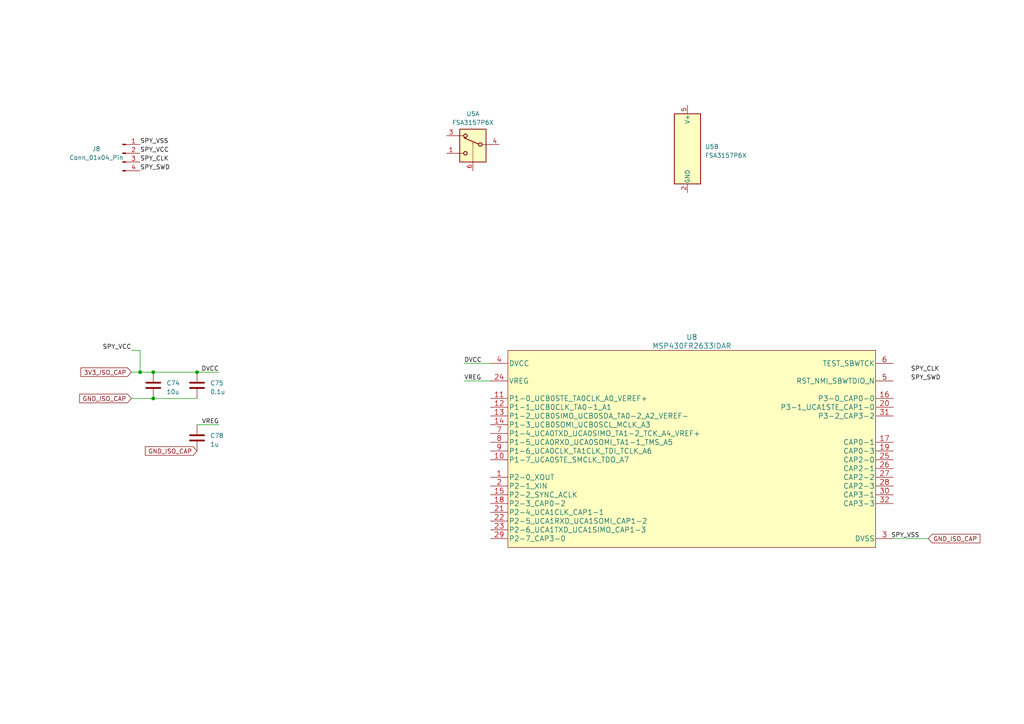
<source format=kicad_sch>
(kicad_sch (version 20230121) (generator eeschema)
  (paper "A4")
  (lib_symbols
    (symbol "2023-03-09_01-52-04:MSP430FR2633IDAR" (pin_names (offset 0.254))
      (property "Reference" "U" (at 0 34.544 0))
      (property "Value" "MSP430FR2633IDAR" (at 0 32.004 0))
      (symbol "MSP430FR2633IDAR_1_1"
        (rectangle (start -53.34 29.21) (end 53.34 -27.94) (fill (type background)))
        (pin bidirectional line (at -58.42 -7.62 0) (length 5.08) (name "P2-0_XOUT") (number "1"))
        (pin bidirectional line (at -58.42 -2.54 0) (length 5.08) (name "P1-7_UCA0STE_SMCLK_TDO_A7") (number "10"))
        (pin bidirectional line (at -58.42 15.24 0) (length 5.08) (name "P1-0_UCB0STE_TA0CLK_A0_VEREF+") (number "11"))
        (pin bidirectional line (at -58.42 12.7 0) (length 5.08) (name "P1-1_UCB0CLK_TA0-1_A1") (number "12"))
        (pin bidirectional line (at -58.42 10.16 0) (length 5.08) (name "P1-2_UCB0SIMO_UCB0SDA_TA0-2_A2_VEREF-") (number "13"))
        (pin bidirectional line (at -58.42 7.62 0) (length 5.08) (name "P1-3_UCB0SOMI_UCB0SCL_MCLK_A3") (number "14"))
        (pin bidirectional line (at -58.42 -12.7 0) (length 5.08) (name "P2-2_SYNC_ACLK") (number "15"))
        (pin bidirectional line (at 58.42 15.24 180) (length 5.08) (name "P3-0_CAP0-0") (number "16"))
        (pin unspecified line (at 58.42 2.54 180) (length 5.08) (name "CAP0-1") (number "17"))
        (pin bidirectional line (at -58.42 -15.24 0) (length 5.08) (name "P2-3_CAP0-2") (number "18"))
        (pin unspecified line (at 58.42 0 180) (length 5.08) (name "CAP0-3") (number "19"))
        (pin bidirectional line (at -58.42 -10.16 0) (length 5.08) (name "P2-1_XIN") (number "2"))
        (pin bidirectional line (at 58.42 12.7 180) (length 5.08) (name "P3-1_UCA1STE_CAP1-0") (number "20"))
        (pin bidirectional line (at -58.42 -17.78 0) (length 5.08) (name "P2-4_UCA1CLK_CAP1-1") (number "21"))
        (pin bidirectional line (at -58.42 -20.32 0) (length 5.08) (name "P2-5_UCA1RXD_UCA1SOMI_CAP1-2") (number "22"))
        (pin bidirectional line (at -58.42 -22.86 0) (length 5.08) (name "P2-6_UCA1TXD_UCA1SIMO_CAP1-3") (number "23"))
        (pin power_in line (at -58.42 20.32 0) (length 5.08) (name "VREG") (number "24"))
        (pin unspecified line (at 58.42 -2.54 180) (length 5.08) (name "CAP2-0") (number "25"))
        (pin unspecified line (at 58.42 -5.08 180) (length 5.08) (name "CAP2-1") (number "26"))
        (pin unspecified line (at 58.42 -7.62 180) (length 5.08) (name "CAP2-2") (number "27"))
        (pin unspecified line (at 58.42 -10.16 180) (length 5.08) (name "CAP2-3") (number "28"))
        (pin bidirectional line (at -58.42 -25.4 0) (length 5.08) (name "P2-7_CAP3-0") (number "29"))
        (pin power_in line (at 58.42 -25.4 180) (length 5.08) (name "DVSS") (number "3"))
        (pin unspecified line (at 58.42 -12.7 180) (length 5.08) (name "CAP3-1") (number "30"))
        (pin bidirectional line (at 58.42 10.16 180) (length 5.08) (name "P3-2_CAP3-2") (number "31"))
        (pin unspecified line (at 58.42 -15.24 180) (length 5.08) (name "CAP3-3") (number "32"))
        (pin power_in line (at -58.42 25.4 0) (length 5.08) (name "DVCC") (number "4"))
        (pin bidirectional line (at 58.42 20.32 180) (length 5.08) (name "RST_NMI_SBWTDIO_N") (number "5"))
        (pin input line (at 58.42 25.4 180) (length 5.08) (name "TEST_SBWTCK") (number "6"))
        (pin bidirectional line (at -58.42 5.08 0) (length 5.08) (name "P1-4_UCA0TXD_UCA0SIMO_TA1-2_TCK_A4_VREF+") (number "7"))
        (pin bidirectional line (at -58.42 2.54 0) (length 5.08) (name "P1-5_UCA0RXD_UCA0SOMI_TA1-1_TMS_A5") (number "8"))
        (pin bidirectional line (at -58.42 0 0) (length 5.08) (name "P1-6_UCA0CLK_TA1CLK_TDI_TCLK_A6") (number "9"))
      )
    )
    (symbol "Analog_Switch:FSA3157P6X" (pin_names (offset 0.127))
      (property "Reference" "U" (at -3.175 4.699 0))
      (property "Value" "FSA3157P6X" (at -3.175 2.921 0))
      (symbol "FSA3157P6X_1_1"
        (rectangle (start -3.81 1.905) (end 3.81 -7.62) (stroke (width 0.254)) (fill (type background)))
        (circle (center -2.159 -2.54) (radius 0.508) (stroke (width 0.254)))
        (polyline (pts (xy -5.08 -2.54) (xy -2.794 -2.54)))
        (polyline (pts (xy -1.651 -2.413) (xy 2.54 -0.635)) (stroke (width 0.254)))
        (polyline (pts (xy 0 -7.62) (xy 0 -7.112)))
        (polyline (pts (xy 0 -6.858) (xy 0 -6.604)))
        (polyline (pts (xy 0 -6.35) (xy 0 -6.096)))
        (polyline (pts (xy 0 -5.842) (xy 0 -5.588)))
        (polyline (pts (xy 0 -5.334) (xy 0 -5.08)))
        (polyline (pts (xy 0 -4.826) (xy 0 -4.572)))
        (polyline (pts (xy 0 -4.318) (xy 0 -4.064)))
        (polyline (pts (xy 0 -3.81) (xy 0 -3.556)))
        (polyline (pts (xy 0 -3.302) (xy 0 -3.048)))
        (polyline (pts (xy 0 -2.794) (xy 0 -2.54)))
        (polyline (pts (xy 0 -2.286) (xy 0 -2.032)))
        (polyline (pts (xy 0 -2.286) (xy 0 -2.032)))
        (polyline (pts (xy 5.08 -5.08) (xy 2.794 -5.08)))
        (polyline (pts (xy 5.08 0) (xy 2.794 0)))
        (circle (center 2.159 -5.08) (radius 0.508) (stroke (width 0.254)))
        (circle (center 2.159 0) (radius 0.508) (stroke (width 0.254)))
        (pin passive line (at 7.62 -5.08 180) (length 2.54) (name "~") (number "1"))
        (pin passive line (at 7.62 0 180) (length 2.54) (name "~") (number "3"))
        (pin passive line (at -7.62 -2.54 0) (length 2.54) (name "~") (number "4"))
        (pin input line (at 0 -10.16 90) (length 2.54) (name "~") (number "6"))
      )
      (symbol "FSA3157P6X_2_0"
        (pin power_in line (at 0 -12.7 90) (length 2.54) (name "GND") (number "2"))
        (pin power_in line (at 0 12.7 270) (length 2.54) (name "V+") (number "5"))
      )
      (symbol "FSA3157P6X_2_1"
        (rectangle (start -3.81 10.16) (end 3.81 -10.16) (stroke (width 0.254)) (fill (type background)))
      )
    )
    (symbol "Connector:Conn_01x04_Pin" (pin_names (offset 1.016) hide)
      (property "Reference" "J" (at 0 5.08 0))
      (property "Value" "Conn_01x04_Pin" (at 0 -7.62 0))
      (symbol "Conn_01x04_Pin_1_1"
        (polyline (pts (xy 1.27 -5.08) (xy 0.8636 -5.08)) (stroke (width 0.1524)))
        (polyline (pts (xy 1.27 -2.54) (xy 0.8636 -2.54)) (stroke (width 0.1524)))
        (polyline (pts (xy 1.27 0) (xy 0.8636 0)) (stroke (width 0.1524)))
        (polyline (pts (xy 1.27 2.54) (xy 0.8636 2.54)) (stroke (width 0.1524)))
        (rectangle (start 0.8636 -4.953) (end 0 -5.207) (stroke (width 0.1524)) (fill (type outline)))
        (rectangle (start 0.8636 -2.413) (end 0 -2.667) (stroke (width 0.1524)) (fill (type outline)))
        (rectangle (start 0.8636 0.127) (end 0 -0.127) (stroke (width 0.1524)) (fill (type outline)))
        (rectangle (start 0.8636 2.667) (end 0 2.413) (stroke (width 0.1524)) (fill (type outline)))
        (pin passive line (at 5.08 2.54 180) (length 3.81) (name "Pin_1") (number "1"))
        (pin passive line (at 5.08 0 180) (length 3.81) (name "Pin_2") (number "2"))
        (pin passive line (at 5.08 -2.54 180) (length 3.81) (name "Pin_3") (number "3"))
        (pin passive line (at 5.08 -5.08 180) (length 3.81) (name "Pin_4") (number "4"))
      )
    )
    (symbol "Device:C" (pin_numbers hide) (pin_names (offset 0.254))
      (property "Reference" "C" (at 0.635 2.54 0))
      (property "Value" "C" (at 0.635 -2.54 0))
      (symbol "C_0_1"
        (polyline (pts (xy -2.032 -0.762) (xy 2.032 -0.762)) (stroke (width 0.508)))
        (polyline (pts (xy -2.032 0.762) (xy 2.032 0.762)) (stroke (width 0.508)))
      )
      (symbol "C_1_1"
        (pin passive line (at 0 3.81 270) (length 2.794) (name "~") (number "1"))
        (pin passive line (at 0 -3.81 90) (length 2.794) (name "~") (number "2"))
      )
    )
  )
  (junction (at 40.64 107.95))
  (junction (at 57.15 107.95))
  (junction (at 44.45 107.95))
  (junction (at 44.45 115.57))
  (wire (pts (xy 259.08 156.21) (xy 269.24 156.21)))
  (wire (pts (xy 57.15 107.95) (xy 63.5 107.95)))
  (wire (pts (xy 38.1 115.57) (xy 44.45 115.57)))
  (wire (pts (xy 38.1 101.6) (xy 40.64 101.6)))
  (wire (pts (xy 44.45 107.95) (xy 57.15 107.95)))
  (wire (pts (xy 38.1 107.95) (xy 40.64 107.95)))
  (wire (pts (xy 57.15 123.19) (xy 63.5 123.19)))
  (wire (pts (xy 40.64 107.95) (xy 44.45 107.95)))
  (wire (pts (xy 134.62 105.41) (xy 142.24 105.41)))
  (wire (pts (xy 134.62 110.49) (xy 142.24 110.49)))
  (wire (pts (xy 44.45 115.57) (xy 57.15 115.57)))
  (wire (pts (xy 40.64 101.6) (xy 40.64 107.95)))
  (label "SPY_VSS" (at 266.7 156.21 180))
  (label "SPY_VCC" (at 40.64 44.45 0))
  (label "SPY_CLK" (at 264.16 107.95 0))
  (label "SPY_CLK" (at 40.64 46.99 0))
  (label "SPY_VCC" (at 38.1 101.6 180))
  (label "DVCC" (at 63.5 107.95 180))
  (label "VREG" (at 63.5 123.19 180))
  (label "SPY_SWD" (at 40.64 49.53 0))
  (label "VREG" (at 134.62 110.49 0))
  (label "DVCC" (at 134.62 105.41 0))
  (label "SPY_VSS" (at 40.64 41.91 0))
  (label "SPY_SWD" (at 264.16 110.49 0))
  (global_label "3V3_ISO_CAP" (shape input) (at 38.1 107.95 180) (property "Intersheetrefs" "${INTERSHEET_REFS}" (effects hide)))
  (global_label "GND_ISO_CAP" (shape input) (at 269.24 156.21 0) (property "Intersheetrefs" "${INTERSHEET_REFS}" (effects hide)))
  (global_label "GND_ISO_CAP" (shape input) (at 38.1 115.57 180) (property "Intersheetrefs" "${INTERSHEET_REFS}" (effects hide)))
  (global_label "GND_ISO_CAP" (shape input) (at 57.15 130.81 180) (property "Intersheetrefs" "${INTERSHEET_REFS}" (effects hide)))
  (symbol (lib_id "Connector:Conn_01x04_Pin") (at 35.56 44.45 0) (unit 1)
    (property "Reference" "J8" (at 27.94 43.18 0))
    (property "Value" "Conn_01x04_Pin" (at 27.94 45.72 0))
  )
  (symbol (lib_id "2023-03-09_01-52-04:MSP430FR2633IDAR") (at 200.66 130.81 0) (unit 1)
    (property "Reference" "U8" (at 200.66 97.79 0) (effects (font (size 1.524 1.524))))
    (property "Value" "MSP430FR2633IDAR" (at 200.66 100.33 0) (effects (font (size 1.524 1.524))))
    (property "Footprint" "DA0032A_N" (effects hide))
  )
  (symbol (lib_id "Device:C") (at 44.45 111.76 0) (unit 1)
    (property "Reference" "C74" (at 48.26 111.125 0) (effects (justify left)))
    (property "Value" "10u" (at 48.26 113.665 0) (effects (justify left)))
  )
  (symbol (lib_id "Device:C") (at 57.15 127 0) (unit 1)
    (property "Reference" "C78" (at 60.96 126.365 0) (effects (justify left)))
    (property "Value" "1u" (at 60.96 128.905 0) (effects (justify left)))
  )
  (symbol (lib_id "Analog_Switch:FSA3157P6X") (at 137.16 39.37 0) (mirror y) (unit 1)
    (property "Reference" "U5" (at 137.16 33.02 0))
    (property "Value" "FSA3157P6X" (at 137.16 35.56 0))
    (property "Footprint" "Package_TO_SOT_SMD:SOT-363_SC-70-6" (effects hide))
    (property "Datasheet" "https://www.onsemi.com/pub/Collateral/NC7SB3157-D.PDF" (effects hide))
  )
  (symbol (lib_id "Analog_Switch:FSA3157P6X") (at 199.39 43.18 0) (mirror y) (unit 2)
    (property "Reference" "U5" (at 204.47 42.545 0) (effects (justify right)))
    (property "Value" "FSA3157P6X" (at 204.47 45.085 0) (effects (justify right)))
    (property "Footprint" "Package_TO_SOT_SMD:SOT-363_SC-70-6" (effects hide))
    (property "Datasheet" "https://www.onsemi.com/pub/Collateral/NC7SB3157-D.PDF" (effects hide))
  )
  (symbol (lib_id "Device:C") (at 57.15 111.76 0) (unit 1)
    (property "Reference" "C75" (at 60.96 111.125 0) (effects (justify left)))
    (property "Value" "0.1u" (at 60.96 113.665 0) (effects (justify left)))
  )
)
</source>
